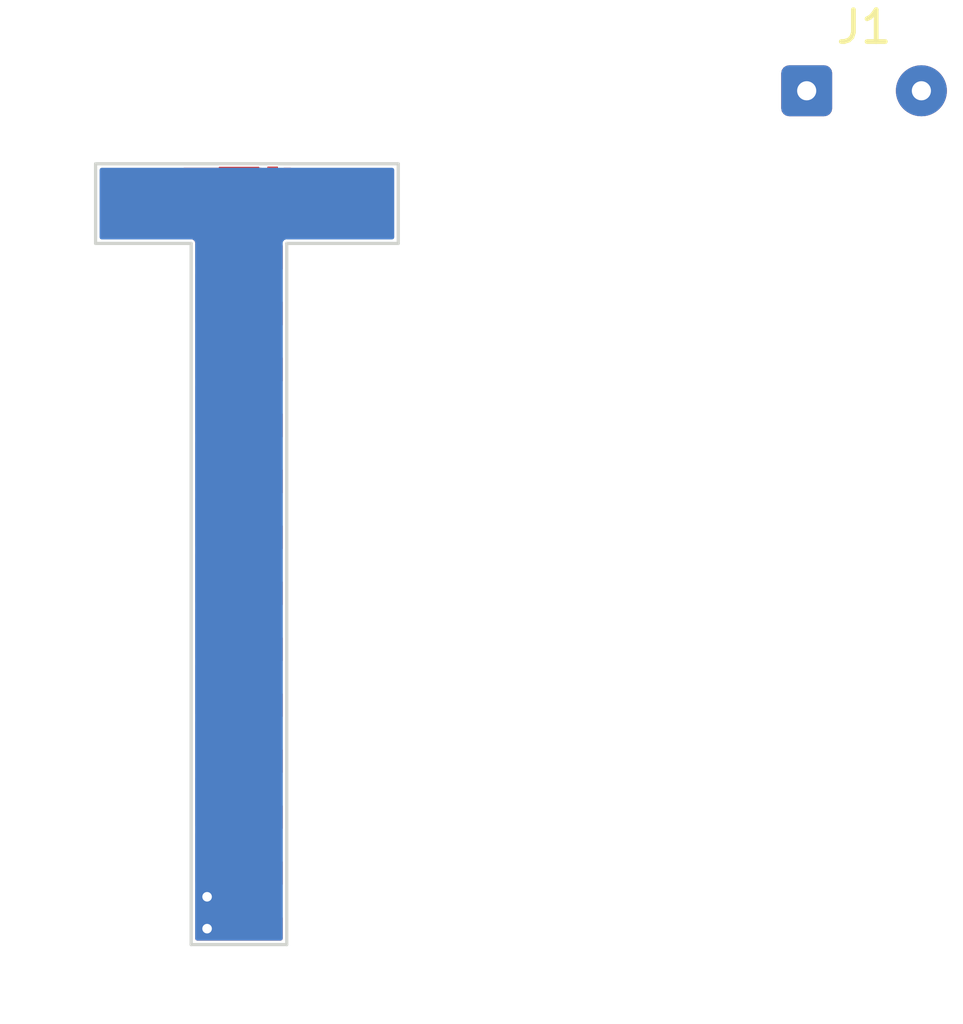
<source format=kicad_pcb>
(kicad_pcb (version 20221018) (generator pcbnew)
  (layers (0 "F.Cu" signal) (31 "B.Cu" signal) (34 "B.Paste" user) (35 "F.Paste" user) (36 "B.SilkS" user "B.Silkscreen") (37 "F.SilkS" user "F.Silkscreen") (38 "B.Mask" user) (39 "F.Mask" user) (44 "Edge.Cuts" user))
  (net 0 "")
  (net 1 "VDD")
  (net 2 "Net-(D10-A)")
  (net 3 "Net-(D10-K)")
  (net 4 "Net-(D2-K)")
  (net 5 "Net-(D3-K)")
  (net 6 "Net-(D4-K)")
  (net 7 "Net-(D5-K)")
  (net 8 "Net-(D6-K)")
  (net 9 "Net-(D7-K)")
  (net 10 "Net-(D8-K)")
  (net 11 "Net-(D11-K)")
  (net 12 "Net-(D12-K)")
  (net 13 "GND")
  (net 14 "Net-(D13-K)")
  (net 15 "Net-(D1-K)")
  (footprint "Custom footprints:LED_XLAMP_XE-G_CRW" (layer "F.Cu") (at 31.795 42.360002 180)
    (fp_text reference "D11" hide)
    (fp_text value "LED" hide)
    (pad "1" smd rect (at -0.762 -0.425 180) (size 0.3302 0.5588) (layers "F.Cu" "F.Paste" "F.Mask") (net 11 "Net-(D11-K)"))
    (pad "1" smd rect (at 0.2921 0 180) (size 1.27 1.397) (layers "F.Cu" "F.Paste" "F.Mask") (net 11 "Net-(D11-K)"))
    (pad "2" smd rect (at -0.762 0.425 180) (size 0.3302 0.5588) (layers "F.Cu" "F.Paste" "F.Mask") (net 3 "Net-(D10-K)"))
  )
  (footprint "Custom footprints:LED_XLAMP_XE-G_CRW" (layer "F.Cu") (at 31.795 26.550008 180)
    (fp_text reference "D2" hide)
    (fp_text value "LED" hide)
    (pad "1" smd rect (at -0.762 -0.425 180) (size 0.3302 0.5588) (layers "F.Cu" "F.Paste" "F.Mask") (net 4 "Net-(D2-K)"))
    (pad "1" smd rect (at 0.2921 0 180) (size 1.27 1.397) (layers "F.Cu" "F.Paste" "F.Mask") (net 4 "Net-(D2-K)"))
    (pad "2" smd rect (at -0.762 0.425 180) (size 0.3302 0.5588) (layers "F.Cu" "F.Paste" "F.Mask") (net 15 "Net-(D1-K)"))
  )
  (footprint "Custom footprints:LED_XLAMP_XE-G_CRW" (layer "F.Cu") (at 31.795 24.793342 180)
    (fp_text reference "D1" hide)
    (fp_text value "LED" hide)
    (pad "1" smd rect (at -0.762 -0.425 180) (size 0.3302 0.5588) (layers "F.Cu" "F.Paste" "F.Mask") (net 15 "Net-(D1-K)"))
    (pad "1" smd rect (at 0.2921 0 180) (size 1.27 1.397) (layers "F.Cu" "F.Paste" "F.Mask") (net 15 "Net-(D1-K)"))
    (pad "2" smd rect (at -0.762 0.425 180) (size 0.3302 0.5588) (layers "F.Cu" "F.Paste" "F.Mask") (net 1 "VDD"))
  )
  (footprint "Custom footprints:LED_XLAMP_XE-G_CRW" (layer "F.Cu") (at 31.795 47.63 180)
    (fp_text reference "D14" hide)
    (fp_text value "LED" hide)
    (pad "1" smd rect (at -0.762 -0.425 180) (size 0.3302 0.5588) (layers "F.Cu" "F.Paste" "F.Mask") (net 13 "GND"))
    (pad "1" smd rect (at 0.2921 0 180) (size 1.27 1.397) (layers "F.Cu" "F.Paste" "F.Mask") (net 13 "GND"))
    (pad "2" smd rect (at -0.762 0.425 180) (size 0.3302 0.5588) (layers "F.Cu" "F.Paste" "F.Mask") (net 14 "Net-(D13-K)"))
  )
  (footprint "Custom footprints:LED_XLAMP_XE-G_CRW" (layer "F.Cu") (at 31.795 30.06334 180)
    (fp_text reference "D4" hide)
    (fp_text value "LED" hide)
    (pad "1" smd rect (at -0.762 -0.425 180) (size 0.3302 0.5588) (layers "F.Cu" "F.Paste" "F.Mask") (net 6 "Net-(D4-K)"))
    (pad "1" smd rect (at 0.2921 0 180) (size 1.27 1.397) (layers "F.Cu" "F.Paste" "F.Mask") (net 6 "Net-(D4-K)"))
    (pad "2" smd rect (at -0.762 0.425 180) (size 0.3302 0.5588) (layers "F.Cu" "F.Paste" "F.Mask") (net 5 "Net-(D3-K)"))
  )
  (footprint "Custom footprints:LED_XLAMP_XE-G_CRW" (layer "F.Cu") (at 31.795 31.820006 180)
    (fp_text reference "D5" hide)
    (fp_text value "LED" hide)
    (pad "1" smd rect (at -0.762 -0.425 180) (size 0.3302 0.5588) (layers "F.Cu" "F.Paste" "F.Mask") (net 7 "Net-(D5-K)"))
    (pad "1" smd rect (at 0.2921 0 180) (size 1.27 1.397) (layers "F.Cu" "F.Paste" "F.Mask") (net 7 "Net-(D5-K)"))
    (pad "2" smd rect (at -0.762 0.425 180) (size 0.3302 0.5588) (layers "F.Cu" "F.Paste" "F.Mask") (net 6 "Net-(D4-K)"))
  )
  (footprint "Custom footprints:LED_XLAMP_XE-G_CRW" (layer "F.Cu") (at 31.795 44.116668 180)
    (fp_text reference "D12" hide)
    (fp_text value "LED" hide)
    (pad "1" smd rect (at -0.762 -0.425 180) (size 0.3302 0.5588) (layers "F.Cu" "F.Paste" "F.Mask") (net 12 "Net-(D12-K)"))
    (pad "1" smd rect (at 0.2921 0 180) (size 1.27 1.397) (layers "F.Cu" "F.Paste" "F.Mask") (net 12 "Net-(D12-K)"))
    (pad "2" smd rect (at -0.762 0.425 180) (size 0.3302 0.5588) (layers "F.Cu" "F.Paste" "F.Mask") (net 11 "Net-(D11-K)"))
  )
  (footprint "Custom footprints:LED_XLAMP_XE-G_CRW" (layer "F.Cu") (at 31.795 37.090004 180)
    (fp_text reference "D8" hide)
    (fp_text value "LED" hide)
    (pad "1" smd rect (at -0.762 -0.425 180) (size 0.3302 0.5588) (layers "F.Cu" "F.Paste" "F.Mask") (net 10 "Net-(D8-K)"))
    (pad "1" smd rect (at 0.2921 0 180) (size 1.27 1.397) (layers "F.Cu" "F.Paste" "F.Mask") (net 10 "Net-(D8-K)"))
    (pad "2" smd rect (at -0.762 0.425 180) (size 0.3302 0.5588) (layers "F.Cu" "F.Paste" "F.Mask") (net 9 "Net-(D7-K)"))
  )
  (footprint "Custom footprints:LED_XLAMP_XE-G_CRW" (layer "F.Cu") (at 31.795 38.84667 180)
    (fp_text reference "D9" hide)
    (fp_text value "LED" hide)
    (pad "1" smd rect (at -0.762 -0.425 180) (size 0.3302 0.5588) (layers "F.Cu" "F.Paste" "F.Mask") (net 2 "Net-(D10-A)"))
    (pad "1" smd rect (at 0.2921 0 180) (size 1.27 1.397) (layers "F.Cu" "F.Paste" "F.Mask") (net 2 "Net-(D10-A)"))
    (pad "2" smd rect (at -0.762 0.425 180) (size 0.3302 0.5588) (layers "F.Cu" "F.Paste" "F.Mask") (net 10 "Net-(D8-K)"))
  )
  (footprint "Custom footprints:LED_XLAMP_XE-G_CRW" (layer "F.Cu") (at 31.795 45.873334 180)
    (fp_text reference "D13" hide)
    (fp_text value "LED" hide)
    (pad "1" smd rect (at -0.762 -0.425 180) (size 0.3302 0.5588) (layers "F.Cu" "F.Paste" "F.Mask") (net 14 "Net-(D13-K)"))
    (pad "1" smd rect (at 0.2921 0 180) (size 1.27 1.397) (layers "F.Cu" "F.Paste" "F.Mask") (net 14 "Net-(D13-K)"))
    (pad "2" smd rect (at -0.762 0.425 180) (size 0.3302 0.5588) (layers "F.Cu" "F.Paste" "F.Mask") (net 12 "Net-(D12-K)"))
  )
  (footprint "Custom footprints:LED_XLAMP_XE-G_CRW" (layer "F.Cu") (at 31.795 40.603336 180)
    (fp_text reference "D10" hide)
    (fp_text value "LED" hide)
    (pad "1" smd rect (at -0.762 -0.425 180) (size 0.3302 0.5588) (layers "F.Cu" "F.Paste" "F.Mask") (net 3 "Net-(D10-K)"))
    (pad "1" smd rect (at 0.2921 0 180) (size 1.27 1.397) (layers "F.Cu" "F.Paste" "F.Mask") (net 3 "Net-(D10-K)"))
    (pad "2" smd rect (at -0.762 0.425 180) (size 0.3302 0.5588) (layers "F.Cu" "F.Paste" "F.Mask") (net 2 "Net-(D10-A)"))
  )
  (footprint "Custom footprints:LED_XLAMP_XE-G_CRW" (layer "F.Cu") (at 31.795 28.306674 180)
    (fp_text reference "D3" hide)
    (fp_text value "LED" hide)
    (pad "1" smd rect (at -0.762 -0.425 180) (size 0.3302 0.5588) (layers "F.Cu" "F.Paste" "F.Mask") (net 5 "Net-(D3-K)"))
    (pad "1" smd rect (at 0.2921 0 180) (size 1.27 1.397) (layers "F.Cu" "F.Paste" "F.Mask") (net 5 "Net-(D3-K)"))
    (pad "2" smd rect (at -0.762 0.425 180) (size 0.3302 0.5588) (layers "F.Cu" "F.Paste" "F.Mask") (net 4 "Net-(D2-K)"))
  )
  (footprint "Custom footprints:LED_XLAMP_XE-G_CRW" (layer "F.Cu") (at 31.795 33.576672 180)
    (fp_text reference "D6" hide)
    (fp_text value "LED" hide)
    (pad "1" smd rect (at -0.762 -0.425 180) (size 0.3302 0.5588) (layers "F.Cu" "F.Paste" "F.Mask") (net 8 "Net-(D6-K)"))
    (pad "1" smd rect (at 0.2921 0 180) (size 1.27 1.397) (layers "F.Cu" "F.Paste" "F.Mask") (net 8 "Net-(D6-K)"))
    (pad "2" smd rect (at -0.762 0.425 180) (size 0.3302 0.5588) (layers "F.Cu" "F.Paste" "F.Mask") (net 7 "Net-(D5-K)"))
  )
  (footprint "Custom footprints:LED_XLAMP_XE-G_CRW" (layer "F.Cu") (at 31.795 35.333338 180)
    (fp_text reference "D7" hide)
    (fp_text value "LED" hide)
    (pad "1" smd rect (at -0.762 -0.425 180) (size 0.3302 0.5588) (layers "F.Cu" "F.Paste" "F.Mask") (net 9 "Net-(D7-K)"))
    (pad "1" smd rect (at 0.2921 0 180) (size 1.27 1.397) (layers "F.Cu" "F.Paste" "F.Mask") (net 9 "Net-(D7-K)"))
    (pad "2" smd rect (at -0.762 0.425 180) (size 0.3302 0.5588) (layers "F.Cu" "F.Paste" "F.Mask") (net 8 "Net-(D6-K)"))
  )
  (footprint "Connector_Wire:SolderWire-0.1sqmm_1x02_P3.6mm_D0.4mm_OD1mm" (layer "F.Cu") (at 49.32 21.71)
    (fp_text reference "J1" (at 1.8 -2) (layer "F.SilkS"))
    (fp_text value "JST-XH")
    (pad "1" thru_hole roundrect (at 0 0) (size 1.6 1.6) (drill 0.6) (layers "*.Cu" "*.Mask") (roundrect_rratio 0.15625) (net 1 "VDD"))
    (pad "2" thru_hole circle (at 3.6 0) (size 1.6 1.6) (drill 0.6) (layers "*.Cu" "*.Mask") (net 13 "GND"))
  )
  (gr_line (start 36.5 26.5) (end 36.5 24) (stroke (width 0.1)) (layer "Edge.Cuts"))
  (gr_line (start 33 48.5) (end 33 26.5) (stroke (width 0.1)) (layer "Edge.Cuts"))
  (gr_line (start 33 26.5) (end 36.5 26.5) (stroke (width 0.1)) (layer "Edge.Cuts"))
  (gr_line (start 30 26.5) (end 30 48.5) (stroke (width 0.1)) (layer "Edge.Cuts"))
  (gr_line (start 27 26.5) (end 30 26.5) (stroke (width 0.1)) (layer "Edge.Cuts"))
  (gr_line (start 36.5 24) (end 27 24) (stroke (width 0.1)) (layer "Edge.Cuts"))
  (gr_line (start 27 24) (end 27 26.5) (stroke (width 0.1)) (layer "Edge.Cuts"))
  (gr_line (start 30 48.5) (end 33 48.5) (stroke (width 0.1)) (layer "Edge.Cuts"))
  (segment (start 32.557 39.27167) (end 32.557 40.178336) (width 0.4) (layer "F.Cu") (net 2))
  (segment (start 32.557 41.028336) (end 32.557 41.935002) (width 0.4) (layer "F.Cu") (net 3))
  (segment (start 32.557 26.975008) (end 32.557 27.881674) (width 0.4) (layer "F.Cu") (net 4))
  (segment (start 32.557 28.731674) (end 32.557 29.63834) (width 0.4) (layer "F.Cu") (net 5))
  (segment (start 32.557 30.48834) (end 32.557 31.395006) (width 0.4) (layer "F.Cu") (net 6))
  (segment (start 32.557 32.245006) (end 32.557 33.151672) (width 0.4) (layer "F.Cu") (net 7))
  (segment (start 32.557 34.001672) (end 32.557 34.908338) (width 0.4) (layer "F.Cu") (net 8))
  (segment (start 32.557 35.758338) (end 32.557 36.665004) (width 0.4) (layer "F.Cu") (net 9))
  (segment (start 32.557 37.515004) (end 32.557 38.42167) (width 0.4) (layer "F.Cu") (net 10))
  (segment (start 32.557 42.785002) (end 32.557 43.691668) (width 0.4) (layer "F.Cu") (net 11))
  (segment (start 32.557 44.541668) (end 32.557 45.448334) (width 0.4) (layer "F.Cu") (net 12))
  (via (at 30.5 48) (size 0.6) (drill 0.3) (layers "F.Cu" "B.Cu") (net 13))
  (via (at 30.5 47) (size 0.6) (drill 0.3) (layers "F.Cu" "B.Cu") (net 13))
  (segment (start 32.557 46.298334) (end 32.557 47.205) (width 0.4) (layer "F.Cu") (net 14))
  (segment (start 32.557 25.218342) (end 32.557 26.125008) (width 0.4) (layer "F.Cu") (net 15))
  (zone (net 5) (net_name "Net-(D3-K)") (layer "F.Cu") (priority 3) (connect_pads yes (clearance 0.13)) (min_thickness 0.13) (fill yes (thermal_gap 0.5) (thermal_bridge_width 0.5))
    (polygon (pts (xy 33.19 27.415) (xy 33.19 29.125) (xy 29.71 29.125) (xy 29.71 27.415)))
  )
  (zone (net 9) (net_name "Net-(D7-K)") (layer "F.Cu") (priority 7) (connect_pads yes (clearance 0.13)) (min_thickness 0.13) (fill yes (thermal_gap 0.5) (thermal_bridge_width 0.5))
    (polygon (pts (xy 33.19 34.435) (xy 33.19 36.145) (xy 29.71 36.145) (xy 29.71 34.435)))
  )
  (zone (net 7) (net_name "Net-(D5-K)") (layer "F.Cu") (priority 5) (connect_pads yes (clearance 0.13)) (min_thickness 0.13) (fill yes (thermal_gap 0.5) (thermal_bridge_width 0.5))
    (polygon (pts (xy 33.19 30.925) (xy 33.19 32.635) (xy 29.71 32.635) (xy 29.71 30.925)))
  )
  (zone (net 3) (net_name "Net-(D10-K)") (layer "F.Cu") (priority 10) (connect_pads yes (clearance 0.13)) (min_thickness 0.13) (fill yes (thermal_gap 0.5) (thermal_bridge_width 0.5))
    (polygon (pts (xy 33.19 39.7) (xy 33.19 41.41) (xy 29.71 41.41) (xy 29.71 39.7)))
  )
  (zone (net 8) (net_name "Net-(D6-K)") (layer "F.Cu") (priority 6) (connect_pads yes (clearance 0.13)) (min_thickness 0.13) (fill yes (thermal_gap 0.5) (thermal_bridge_width 0.5))
    (polygon (pts (xy 33.19 32.68) (xy 33.19 34.39) (xy 29.71 34.39) (xy 29.71 32.68)))
  )
  (zone (net 13) (net_name "GND") (layer "F.Cu") (priority 14) (connect_pads yes (clearance 0.13)) (min_thickness 0.13) (fill yes (thermal_gap 0.5) (thermal_bridge_width 0.5))
    (polygon (pts (xy 33.19 46.72) (xy 33.19 48.43) (xy 29.71 48.43) (xy 29.71 46.72)))
  )
  (zone (net 10) (net_name "Net-(D8-K)") (layer "F.Cu") (priority 8) (connect_pads yes (clearance 0.13)) (min_thickness 0.13) (fill yes (thermal_gap 0.5) (thermal_bridge_width 0.5))
    (polygon (pts (xy 33.19 36.19) (xy 33.19 37.9) (xy 29.71 37.9) (xy 29.71 36.19)))
  )
  (zone (net 12) (net_name "Net-(D12-K)") (layer "F.Cu") (priority 12) (connect_pads yes (clearance 0.13)) (min_thickness 0.13) (fill yes (thermal_gap 0.5) (thermal_bridge_width 0.5))
    (polygon (pts (xy 33.19 43.21) (xy 33.19 44.92) (xy 29.71 44.92) (xy 29.71 43.21)))
  )
  (zone (net 6) (net_name "Net-(D4-K)") (layer "F.Cu") (priority 4) (connect_pads yes (clearance 0.13)) (min_thickness 0.13) (fill yes (thermal_gap 0.5) (thermal_bridge_width 0.5))
    (polygon (pts (xy 33.19 29.17) (xy 33.19 30.88) (xy 29.71 30.88) (xy 29.71 29.17)))
  )
  (zone (net 14) (net_name "Net-(D13-K)") (layer "F.Cu") (priority 13) (connect_pads yes (clearance 0.13)) (min_thickness 0.13) (fill yes (thermal_gap 0.5) (thermal_bridge_width 0.5))
    (polygon (pts (xy 33.19 44.965) (xy 33.19 46.675) (xy 29.71 46.675) (xy 29.71 44.965)))
  )
  (zone (net 15) (net_name "Net-(D1-K)") (layer "F.Cu") (priority 1) (connect_pads yes (clearance 0.13)) (min_thickness 0.13) (fill yes (thermal_gap 0.5) (thermal_bridge_width 0.5))
    (polygon (pts (xy 33.19 23.905) (xy 33.19 25.615) (xy 29.71 25.615) (xy 29.71 23.905)))
  )
  (zone (net 2) (net_name "Net-(D10-A)") (layer "F.Cu") (priority 9) (connect_pads yes (clearance 0.13)) (min_thickness 0.13) (fill yes (thermal_gap 0.5) (thermal_bridge_width 0.5))
    (polygon (pts (xy 33.19 37.945) (xy 33.19 39.655) (xy 29.71 39.655) (xy 29.71 37.945)))
  )
  (zone (net 4) (net_name "Net-(D2-K)") (layer "F.Cu") (priority 2) (connect_pads yes (clearance 0.13)) (min_thickness 0.13) (fill yes (thermal_gap 0.5) (thermal_bridge_width 0.5))
    (polygon (pts (xy 33.19 25.66) (xy 33.19 27.37) (xy 29.71 27.37) (xy 29.71 25.66)))
  )
  (zone (net 11) (net_name "Net-(D11-K)") (layer "F.Cu") (priority 11) (connect_pads yes (clearance 0.13)) (min_thickness 0.13) (fill yes (thermal_gap 0.5) (thermal_bridge_width 0.5))
    (polygon (pts (xy 33.19 41.455) (xy 33.19 43.165) (xy 29.71 43.165) (xy 29.71 41.455)))
  )
  (zone (net 13) (net_name "GND") (layer "B.Cu") (connect_pads yes (clearance 0.13)) (min_thickness 0.13) (fill yes (thermal_gap 0.5) (thermal_bridge_width 0.5))
    (polygon (pts (xy 24 22.5) (xy 38.5 22.5) (xy 38.5 51) (xy 24 51)))
  )
)
</source>
